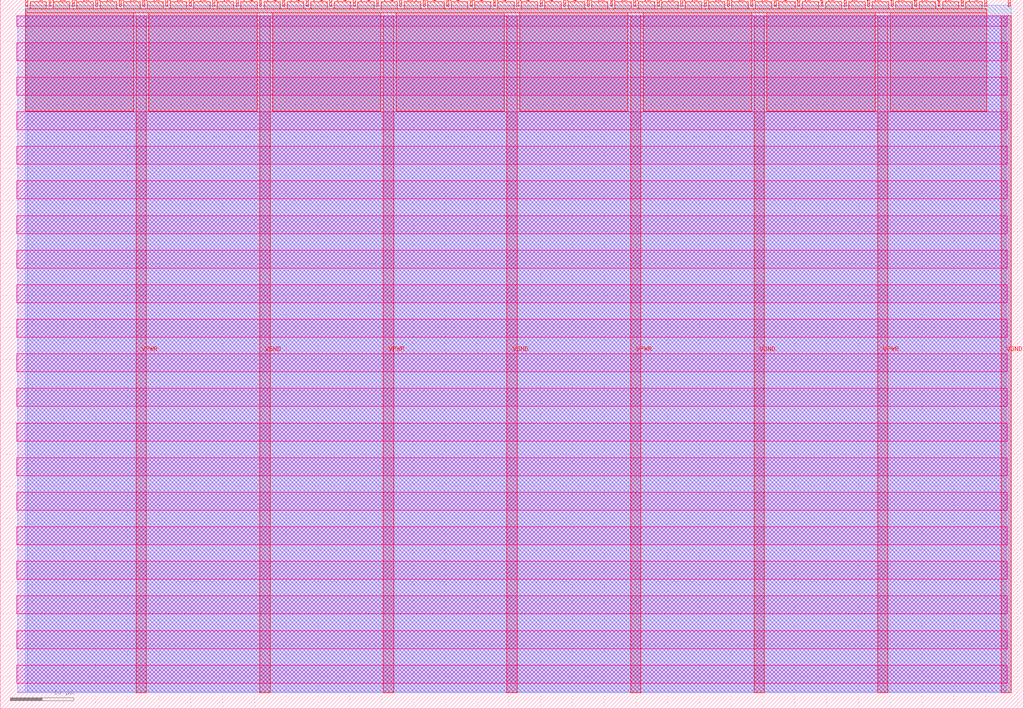
<source format=lef>
VERSION 5.7 ;
  NOWIREEXTENSIONATPIN ON ;
  DIVIDERCHAR "/" ;
  BUSBITCHARS "[]" ;
MACRO tt_um_wokwi_395054508867644417
  CLASS BLOCK ;
  FOREIGN tt_um_wokwi_395054508867644417 ;
  ORIGIN 0.000 0.000 ;
  SIZE 161.000 BY 111.520 ;
  PIN VGND
    DIRECTION INOUT ;
    USE GROUND ;
    PORT
      LAYER met4 ;
        RECT 40.830 2.480 42.430 109.040 ;
    END
    PORT
      LAYER met4 ;
        RECT 79.700 2.480 81.300 109.040 ;
    END
    PORT
      LAYER met4 ;
        RECT 118.570 2.480 120.170 109.040 ;
    END
    PORT
      LAYER met4 ;
        RECT 157.440 2.480 159.040 109.040 ;
    END
  END VGND
  PIN VPWR
    DIRECTION INOUT ;
    USE POWER ;
    PORT
      LAYER met4 ;
        RECT 21.395 2.480 22.995 109.040 ;
    END
    PORT
      LAYER met4 ;
        RECT 60.265 2.480 61.865 109.040 ;
    END
    PORT
      LAYER met4 ;
        RECT 99.135 2.480 100.735 109.040 ;
    END
    PORT
      LAYER met4 ;
        RECT 138.005 2.480 139.605 109.040 ;
    END
  END VPWR
  PIN clk
    DIRECTION INPUT ;
    USE SIGNAL ;
    ANTENNAGATEAREA 0.852000 ;
    PORT
      LAYER met4 ;
        RECT 154.870 110.520 155.170 111.520 ;
    END
  END clk
  PIN ena
    DIRECTION INPUT ;
    USE SIGNAL ;
    PORT
      LAYER met4 ;
        RECT 158.550 110.520 158.850 111.520 ;
    END
  END ena
  PIN rst_n
    DIRECTION INPUT ;
    USE SIGNAL ;
    ANTENNAGATEAREA 0.196500 ;
    PORT
      LAYER met4 ;
        RECT 151.190 110.520 151.490 111.520 ;
    END
  END rst_n
  PIN ui_in[0]
    DIRECTION INPUT ;
    USE SIGNAL ;
    ANTENNAGATEAREA 0.196500 ;
    PORT
      LAYER met4 ;
        RECT 147.510 110.520 147.810 111.520 ;
    END
  END ui_in[0]
  PIN ui_in[1]
    DIRECTION INPUT ;
    USE SIGNAL ;
    ANTENNAGATEAREA 0.196500 ;
    PORT
      LAYER met4 ;
        RECT 143.830 110.520 144.130 111.520 ;
    END
  END ui_in[1]
  PIN ui_in[2]
    DIRECTION INPUT ;
    USE SIGNAL ;
    ANTENNAGATEAREA 0.196500 ;
    PORT
      LAYER met4 ;
        RECT 140.150 110.520 140.450 111.520 ;
    END
  END ui_in[2]
  PIN ui_in[3]
    DIRECTION INPUT ;
    USE SIGNAL ;
    ANTENNAGATEAREA 0.196500 ;
    PORT
      LAYER met4 ;
        RECT 136.470 110.520 136.770 111.520 ;
    END
  END ui_in[3]
  PIN ui_in[4]
    DIRECTION INPUT ;
    USE SIGNAL ;
    ANTENNAGATEAREA 0.196500 ;
    PORT
      LAYER met4 ;
        RECT 132.790 110.520 133.090 111.520 ;
    END
  END ui_in[4]
  PIN ui_in[5]
    DIRECTION INPUT ;
    USE SIGNAL ;
    ANTENNAGATEAREA 0.954000 ;
    PORT
      LAYER met4 ;
        RECT 129.110 110.520 129.410 111.520 ;
    END
  END ui_in[5]
  PIN ui_in[6]
    DIRECTION INPUT ;
    USE SIGNAL ;
    PORT
      LAYER met4 ;
        RECT 125.430 110.520 125.730 111.520 ;
    END
  END ui_in[6]
  PIN ui_in[7]
    DIRECTION INPUT ;
    USE SIGNAL ;
    PORT
      LAYER met4 ;
        RECT 121.750 110.520 122.050 111.520 ;
    END
  END ui_in[7]
  PIN uio_in[0]
    DIRECTION INPUT ;
    USE SIGNAL ;
    ANTENNAGATEAREA 0.196500 ;
    PORT
      LAYER met4 ;
        RECT 118.070 110.520 118.370 111.520 ;
    END
  END uio_in[0]
  PIN uio_in[1]
    DIRECTION INPUT ;
    USE SIGNAL ;
    ANTENNAGATEAREA 0.196500 ;
    PORT
      LAYER met4 ;
        RECT 114.390 110.520 114.690 111.520 ;
    END
  END uio_in[1]
  PIN uio_in[2]
    DIRECTION INPUT ;
    USE SIGNAL ;
    ANTENNAGATEAREA 0.196500 ;
    PORT
      LAYER met4 ;
        RECT 110.710 110.520 111.010 111.520 ;
    END
  END uio_in[2]
  PIN uio_in[3]
    DIRECTION INPUT ;
    USE SIGNAL ;
    ANTENNAGATEAREA 0.196500 ;
    PORT
      LAYER met4 ;
        RECT 107.030 110.520 107.330 111.520 ;
    END
  END uio_in[3]
  PIN uio_in[4]
    DIRECTION INPUT ;
    USE SIGNAL ;
    ANTENNAGATEAREA 0.196500 ;
    PORT
      LAYER met4 ;
        RECT 103.350 110.520 103.650 111.520 ;
    END
  END uio_in[4]
  PIN uio_in[5]
    DIRECTION INPUT ;
    USE SIGNAL ;
    ANTENNAGATEAREA 0.196500 ;
    PORT
      LAYER met4 ;
        RECT 99.670 110.520 99.970 111.520 ;
    END
  END uio_in[5]
  PIN uio_in[6]
    DIRECTION INPUT ;
    USE SIGNAL ;
    PORT
      LAYER met4 ;
        RECT 95.990 110.520 96.290 111.520 ;
    END
  END uio_in[6]
  PIN uio_in[7]
    DIRECTION INPUT ;
    USE SIGNAL ;
    PORT
      LAYER met4 ;
        RECT 92.310 110.520 92.610 111.520 ;
    END
  END uio_in[7]
  PIN uio_oe[0]
    DIRECTION OUTPUT TRISTATE ;
    USE SIGNAL ;
    ANTENNADIFFAREA 0.445500 ;
    PORT
      LAYER met4 ;
        RECT 29.750 110.520 30.050 111.520 ;
    END
  END uio_oe[0]
  PIN uio_oe[1]
    DIRECTION OUTPUT TRISTATE ;
    USE SIGNAL ;
    ANTENNADIFFAREA 0.445500 ;
    PORT
      LAYER met4 ;
        RECT 26.070 110.520 26.370 111.520 ;
    END
  END uio_oe[1]
  PIN uio_oe[2]
    DIRECTION OUTPUT TRISTATE ;
    USE SIGNAL ;
    ANTENNADIFFAREA 0.445500 ;
    PORT
      LAYER met4 ;
        RECT 22.390 110.520 22.690 111.520 ;
    END
  END uio_oe[2]
  PIN uio_oe[3]
    DIRECTION OUTPUT TRISTATE ;
    USE SIGNAL ;
    ANTENNADIFFAREA 0.445500 ;
    PORT
      LAYER met4 ;
        RECT 18.710 110.520 19.010 111.520 ;
    END
  END uio_oe[3]
  PIN uio_oe[4]
    DIRECTION OUTPUT TRISTATE ;
    USE SIGNAL ;
    ANTENNADIFFAREA 0.445500 ;
    PORT
      LAYER met4 ;
        RECT 15.030 110.520 15.330 111.520 ;
    END
  END uio_oe[4]
  PIN uio_oe[5]
    DIRECTION OUTPUT TRISTATE ;
    USE SIGNAL ;
    ANTENNADIFFAREA 0.445500 ;
    PORT
      LAYER met4 ;
        RECT 11.350 110.520 11.650 111.520 ;
    END
  END uio_oe[5]
  PIN uio_oe[6]
    DIRECTION OUTPUT TRISTATE ;
    USE SIGNAL ;
    PORT
      LAYER met4 ;
        RECT 7.670 110.520 7.970 111.520 ;
    END
  END uio_oe[6]
  PIN uio_oe[7]
    DIRECTION OUTPUT TRISTATE ;
    USE SIGNAL ;
    PORT
      LAYER met4 ;
        RECT 3.990 110.520 4.290 111.520 ;
    END
  END uio_oe[7]
  PIN uio_out[0]
    DIRECTION OUTPUT TRISTATE ;
    USE SIGNAL ;
    ANTENNADIFFAREA 0.445500 ;
    PORT
      LAYER met4 ;
        RECT 59.190 110.520 59.490 111.520 ;
    END
  END uio_out[0]
  PIN uio_out[1]
    DIRECTION OUTPUT TRISTATE ;
    USE SIGNAL ;
    ANTENNADIFFAREA 0.445500 ;
    PORT
      LAYER met4 ;
        RECT 55.510 110.520 55.810 111.520 ;
    END
  END uio_out[1]
  PIN uio_out[2]
    DIRECTION OUTPUT TRISTATE ;
    USE SIGNAL ;
    ANTENNADIFFAREA 0.445500 ;
    PORT
      LAYER met4 ;
        RECT 51.830 110.520 52.130 111.520 ;
    END
  END uio_out[2]
  PIN uio_out[3]
    DIRECTION OUTPUT TRISTATE ;
    USE SIGNAL ;
    ANTENNADIFFAREA 0.445500 ;
    PORT
      LAYER met4 ;
        RECT 48.150 110.520 48.450 111.520 ;
    END
  END uio_out[3]
  PIN uio_out[4]
    DIRECTION OUTPUT TRISTATE ;
    USE SIGNAL ;
    ANTENNADIFFAREA 0.445500 ;
    PORT
      LAYER met4 ;
        RECT 44.470 110.520 44.770 111.520 ;
    END
  END uio_out[4]
  PIN uio_out[5]
    DIRECTION OUTPUT TRISTATE ;
    USE SIGNAL ;
    ANTENNADIFFAREA 0.795200 ;
    PORT
      LAYER met4 ;
        RECT 40.790 110.520 41.090 111.520 ;
    END
  END uio_out[5]
  PIN uio_out[6]
    DIRECTION OUTPUT TRISTATE ;
    USE SIGNAL ;
    PORT
      LAYER met4 ;
        RECT 37.110 110.520 37.410 111.520 ;
    END
  END uio_out[6]
  PIN uio_out[7]
    DIRECTION OUTPUT TRISTATE ;
    USE SIGNAL ;
    PORT
      LAYER met4 ;
        RECT 33.430 110.520 33.730 111.520 ;
    END
  END uio_out[7]
  PIN uo_out[0]
    DIRECTION OUTPUT TRISTATE ;
    USE SIGNAL ;
    ANTENNADIFFAREA 0.795200 ;
    PORT
      LAYER met4 ;
        RECT 88.630 110.520 88.930 111.520 ;
    END
  END uo_out[0]
  PIN uo_out[1]
    DIRECTION OUTPUT TRISTATE ;
    USE SIGNAL ;
    ANTENNADIFFAREA 0.795200 ;
    PORT
      LAYER met4 ;
        RECT 84.950 110.520 85.250 111.520 ;
    END
  END uo_out[1]
  PIN uo_out[2]
    DIRECTION OUTPUT TRISTATE ;
    USE SIGNAL ;
    ANTENNADIFFAREA 0.795200 ;
    PORT
      LAYER met4 ;
        RECT 81.270 110.520 81.570 111.520 ;
    END
  END uo_out[2]
  PIN uo_out[3]
    DIRECTION OUTPUT TRISTATE ;
    USE SIGNAL ;
    ANTENNADIFFAREA 0.445500 ;
    PORT
      LAYER met4 ;
        RECT 77.590 110.520 77.890 111.520 ;
    END
  END uo_out[3]
  PIN uo_out[4]
    DIRECTION OUTPUT TRISTATE ;
    USE SIGNAL ;
    PORT
      LAYER met4 ;
        RECT 73.910 110.520 74.210 111.520 ;
    END
  END uo_out[4]
  PIN uo_out[5]
    DIRECTION OUTPUT TRISTATE ;
    USE SIGNAL ;
    PORT
      LAYER met4 ;
        RECT 70.230 110.520 70.530 111.520 ;
    END
  END uo_out[5]
  PIN uo_out[6]
    DIRECTION OUTPUT TRISTATE ;
    USE SIGNAL ;
    PORT
      LAYER met4 ;
        RECT 66.550 110.520 66.850 111.520 ;
    END
  END uo_out[6]
  PIN uo_out[7]
    DIRECTION OUTPUT TRISTATE ;
    USE SIGNAL ;
    PORT
      LAYER met4 ;
        RECT 62.870 110.520 63.170 111.520 ;
    END
  END uo_out[7]
  OBS
      LAYER nwell ;
        RECT 2.570 107.385 158.430 108.990 ;
        RECT 2.570 101.945 158.430 104.775 ;
        RECT 2.570 96.505 158.430 99.335 ;
        RECT 2.570 91.065 158.430 93.895 ;
        RECT 2.570 85.625 158.430 88.455 ;
        RECT 2.570 80.185 158.430 83.015 ;
        RECT 2.570 74.745 158.430 77.575 ;
        RECT 2.570 69.305 158.430 72.135 ;
        RECT 2.570 63.865 158.430 66.695 ;
        RECT 2.570 58.425 158.430 61.255 ;
        RECT 2.570 52.985 158.430 55.815 ;
        RECT 2.570 47.545 158.430 50.375 ;
        RECT 2.570 42.105 158.430 44.935 ;
        RECT 2.570 36.665 158.430 39.495 ;
        RECT 2.570 31.225 158.430 34.055 ;
        RECT 2.570 25.785 158.430 28.615 ;
        RECT 2.570 20.345 158.430 23.175 ;
        RECT 2.570 14.905 158.430 17.735 ;
        RECT 2.570 9.465 158.430 12.295 ;
        RECT 2.570 4.025 158.430 6.855 ;
      LAYER li1 ;
        RECT 2.760 2.635 158.240 108.885 ;
      LAYER met1 ;
        RECT 2.760 2.480 159.040 109.040 ;
      LAYER met2 ;
        RECT 4.230 2.535 159.010 110.685 ;
      LAYER met3 ;
        RECT 3.950 2.555 159.030 110.665 ;
      LAYER met4 ;
        RECT 4.690 110.120 7.270 111.170 ;
        RECT 8.370 110.120 10.950 111.170 ;
        RECT 12.050 110.120 14.630 111.170 ;
        RECT 15.730 110.120 18.310 111.170 ;
        RECT 19.410 110.120 21.990 111.170 ;
        RECT 23.090 110.120 25.670 111.170 ;
        RECT 26.770 110.120 29.350 111.170 ;
        RECT 30.450 110.120 33.030 111.170 ;
        RECT 34.130 110.120 36.710 111.170 ;
        RECT 37.810 110.120 40.390 111.170 ;
        RECT 41.490 110.120 44.070 111.170 ;
        RECT 45.170 110.120 47.750 111.170 ;
        RECT 48.850 110.120 51.430 111.170 ;
        RECT 52.530 110.120 55.110 111.170 ;
        RECT 56.210 110.120 58.790 111.170 ;
        RECT 59.890 110.120 62.470 111.170 ;
        RECT 63.570 110.120 66.150 111.170 ;
        RECT 67.250 110.120 69.830 111.170 ;
        RECT 70.930 110.120 73.510 111.170 ;
        RECT 74.610 110.120 77.190 111.170 ;
        RECT 78.290 110.120 80.870 111.170 ;
        RECT 81.970 110.120 84.550 111.170 ;
        RECT 85.650 110.120 88.230 111.170 ;
        RECT 89.330 110.120 91.910 111.170 ;
        RECT 93.010 110.120 95.590 111.170 ;
        RECT 96.690 110.120 99.270 111.170 ;
        RECT 100.370 110.120 102.950 111.170 ;
        RECT 104.050 110.120 106.630 111.170 ;
        RECT 107.730 110.120 110.310 111.170 ;
        RECT 111.410 110.120 113.990 111.170 ;
        RECT 115.090 110.120 117.670 111.170 ;
        RECT 118.770 110.120 121.350 111.170 ;
        RECT 122.450 110.120 125.030 111.170 ;
        RECT 126.130 110.120 128.710 111.170 ;
        RECT 129.810 110.120 132.390 111.170 ;
        RECT 133.490 110.120 136.070 111.170 ;
        RECT 137.170 110.120 139.750 111.170 ;
        RECT 140.850 110.120 143.430 111.170 ;
        RECT 144.530 110.120 147.110 111.170 ;
        RECT 148.210 110.120 150.790 111.170 ;
        RECT 151.890 110.120 154.470 111.170 ;
        RECT 3.975 109.440 155.185 110.120 ;
        RECT 3.975 94.015 20.995 109.440 ;
        RECT 23.395 94.015 40.430 109.440 ;
        RECT 42.830 94.015 59.865 109.440 ;
        RECT 62.265 94.015 79.300 109.440 ;
        RECT 81.700 94.015 98.735 109.440 ;
        RECT 101.135 94.015 118.170 109.440 ;
        RECT 120.570 94.015 137.605 109.440 ;
        RECT 140.005 94.015 155.185 109.440 ;
  END
END tt_um_wokwi_395054508867644417
END LIBRARY


</source>
